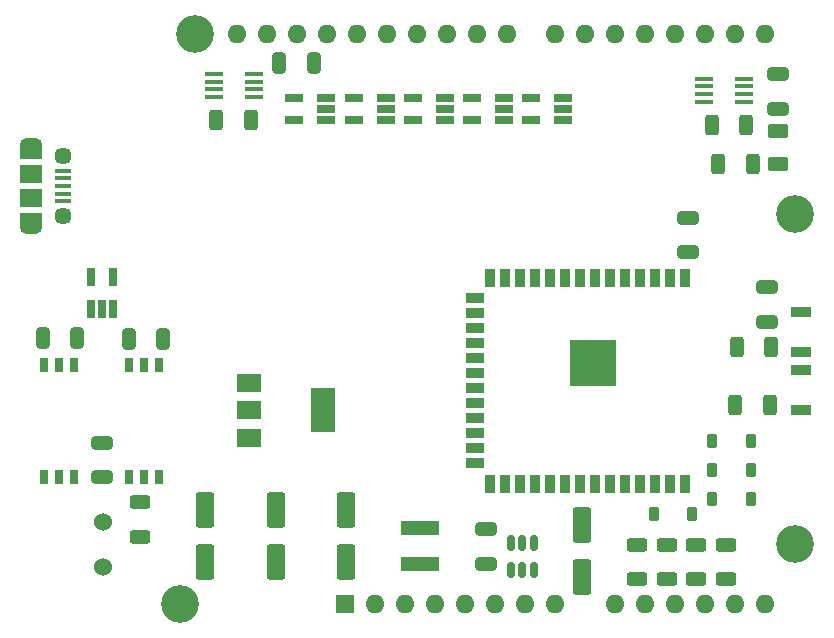
<source format=gbr>
%TF.GenerationSoftware,KiCad,Pcbnew,7.0.6*%
%TF.CreationDate,2023-08-20T14:57:10-04:00*%
%TF.ProjectId,Dynamo,44796e61-6d6f-42e6-9b69-6361645f7063,rev?*%
%TF.SameCoordinates,Original*%
%TF.FileFunction,Soldermask,Top*%
%TF.FilePolarity,Negative*%
%FSLAX46Y46*%
G04 Gerber Fmt 4.6, Leading zero omitted, Abs format (unit mm)*
G04 Created by KiCad (PCBNEW 7.0.6) date 2023-08-20 14:57:10*
%MOMM*%
%LPD*%
G01*
G04 APERTURE LIST*
G04 Aperture macros list*
%AMRoundRect*
0 Rectangle with rounded corners*
0 $1 Rounding radius*
0 $2 $3 $4 $5 $6 $7 $8 $9 X,Y pos of 4 corners*
0 Add a 4 corners polygon primitive as box body*
4,1,4,$2,$3,$4,$5,$6,$7,$8,$9,$2,$3,0*
0 Add four circle primitives for the rounded corners*
1,1,$1+$1,$2,$3*
1,1,$1+$1,$4,$5*
1,1,$1+$1,$6,$7*
1,1,$1+$1,$8,$9*
0 Add four rect primitives between the rounded corners*
20,1,$1+$1,$2,$3,$4,$5,0*
20,1,$1+$1,$4,$5,$6,$7,0*
20,1,$1+$1,$6,$7,$8,$9,0*
20,1,$1+$1,$8,$9,$2,$3,0*%
G04 Aperture macros list end*
%ADD10R,3.300000X1.200000*%
%ADD11C,3.200000*%
%ADD12R,1.600000X1.600000*%
%ADD13O,1.600000X1.600000*%
%ADD14C,1.524000*%
%ADD15R,1.560000X0.650000*%
%ADD16R,1.600000X0.300000*%
%ADD17R,1.700000X0.900000*%
%ADD18RoundRect,0.250000X0.312500X0.625000X-0.312500X0.625000X-0.312500X-0.625000X0.312500X-0.625000X0*%
%ADD19RoundRect,0.250000X0.550000X-1.250000X0.550000X1.250000X-0.550000X1.250000X-0.550000X-1.250000X0*%
%ADD20RoundRect,0.250000X0.650000X-0.325000X0.650000X0.325000X-0.650000X0.325000X-0.650000X-0.325000X0*%
%ADD21RoundRect,0.250000X0.625000X-0.312500X0.625000X0.312500X-0.625000X0.312500X-0.625000X-0.312500X0*%
%ADD22RoundRect,0.250000X0.625000X-0.375000X0.625000X0.375000X-0.625000X0.375000X-0.625000X-0.375000X0*%
%ADD23RoundRect,0.250000X-0.650000X0.325000X-0.650000X-0.325000X0.650000X-0.325000X0.650000X0.325000X0*%
%ADD24R,0.800000X1.300000*%
%ADD25RoundRect,0.250000X-0.312500X-0.625000X0.312500X-0.625000X0.312500X0.625000X-0.312500X0.625000X0*%
%ADD26RoundRect,0.225000X-0.225000X-0.375000X0.225000X-0.375000X0.225000X0.375000X-0.225000X0.375000X0*%
%ADD27R,0.900000X1.500000*%
%ADD28R,1.500000X0.900000*%
%ADD29C,0.600000*%
%ADD30R,3.900000X3.900000*%
%ADD31RoundRect,0.250000X-0.325000X-0.650000X0.325000X-0.650000X0.325000X0.650000X-0.325000X0.650000X0*%
%ADD32R,1.350000X0.400000*%
%ADD33O,1.900000X1.200000*%
%ADD34R,1.900000X1.200000*%
%ADD35C,1.450000*%
%ADD36R,1.900000X1.500000*%
%ADD37R,0.650000X1.560000*%
%ADD38RoundRect,0.150000X0.150000X-0.512500X0.150000X0.512500X-0.150000X0.512500X-0.150000X-0.512500X0*%
%ADD39R,2.000000X1.500000*%
%ADD40R,2.000000X3.800000*%
G04 APERTURE END LIST*
D10*
%TO.C,L1*%
X156250000Y-93425000D03*
X156250000Y-96525000D03*
%TD*%
D11*
%TO.C,UNO_SHIELD1*%
X135905000Y-99880000D03*
X137175000Y-51620000D03*
X187975000Y-66860000D03*
X187975000Y-94800000D03*
D12*
X149875000Y-99880000D03*
D13*
X152415000Y-99880000D03*
X154955000Y-99880000D03*
X157495000Y-99880000D03*
X160035000Y-99880000D03*
X162575000Y-99880000D03*
X165115000Y-99880000D03*
X167655000Y-99880000D03*
X172735000Y-99880000D03*
X175275000Y-99880000D03*
X177815000Y-99880000D03*
X180355000Y-99880000D03*
X182895000Y-99880000D03*
X185435000Y-99880000D03*
X185435000Y-51620000D03*
X182895000Y-51620000D03*
X180355000Y-51620000D03*
X177815000Y-51620000D03*
X175275000Y-51620000D03*
X172735000Y-51620000D03*
X170195000Y-51620000D03*
X167655000Y-51620000D03*
X163595000Y-51620000D03*
X161055000Y-51620000D03*
X158515000Y-51620000D03*
X155975000Y-51620000D03*
X153435000Y-51620000D03*
X150895000Y-51620000D03*
X148355000Y-51620000D03*
X145815000Y-51620000D03*
X143275000Y-51620000D03*
X140735000Y-51620000D03*
%TD*%
D14*
%TO.C,Railsync1*%
X129400000Y-92950000D03*
X129400000Y-96750000D03*
%TD*%
D15*
%TO.C,U6*%
X158350000Y-58950000D03*
X158350000Y-58000000D03*
X158350000Y-57050000D03*
X155650000Y-57050000D03*
X155650000Y-58950000D03*
%TD*%
%TO.C,U7*%
X153350000Y-58950000D03*
X153350000Y-58000000D03*
X153350000Y-57050000D03*
X150650000Y-57050000D03*
X150650000Y-58950000D03*
%TD*%
%TO.C,U8*%
X163350000Y-58950000D03*
X163350000Y-58000000D03*
X163350000Y-57050000D03*
X160650000Y-57050000D03*
X160650000Y-58950000D03*
%TD*%
%TO.C,U9*%
X168350000Y-58950000D03*
X168350000Y-58000000D03*
X168350000Y-57050000D03*
X165650000Y-57050000D03*
X165650000Y-58950000D03*
%TD*%
D16*
%TO.C,U14*%
X138800000Y-55025000D03*
X138800000Y-55675000D03*
X138800000Y-56325000D03*
X138800000Y-56975000D03*
X142200000Y-56975000D03*
X142200000Y-56325000D03*
X142200000Y-55675000D03*
X142200000Y-55025000D03*
%TD*%
D17*
%TO.C,RESET1*%
X188500000Y-75150000D03*
X188500000Y-78550000D03*
%TD*%
D18*
%TO.C,R5*%
X185850000Y-83025000D03*
X182925000Y-83025000D03*
%TD*%
D19*
%TO.C,C2*%
X169975000Y-93175000D03*
X169975000Y-97575000D03*
%TD*%
D20*
%TO.C,CU13*%
X186550000Y-57950000D03*
X186550000Y-55000000D03*
%TD*%
D21*
%TO.C,R8*%
X179600000Y-97800000D03*
X179600000Y-94875000D03*
%TD*%
D22*
%TO.C,D1*%
X186550000Y-62600000D03*
X186550000Y-59800000D03*
%TD*%
D23*
%TO.C,C1*%
X129300000Y-86225000D03*
X129300000Y-89175000D03*
%TD*%
D19*
%TO.C,C4*%
X150000000Y-96350000D03*
X150000000Y-91950000D03*
%TD*%
D24*
%TO.C,U2*%
X124430000Y-89150000D03*
X125700000Y-89150000D03*
X126970000Y-89150000D03*
X126970000Y-79650000D03*
X125700000Y-79650000D03*
X124430000Y-79650000D03*
%TD*%
D16*
%TO.C,U13*%
X180300000Y-55400000D03*
X180300000Y-56050000D03*
X180300000Y-56700000D03*
X180300000Y-57350000D03*
X183700000Y-57350000D03*
X183700000Y-56700000D03*
X183700000Y-56050000D03*
X183700000Y-55400000D03*
%TD*%
D25*
%TO.C,R2*%
X181475000Y-62600000D03*
X184400000Y-62600000D03*
%TD*%
D21*
%TO.C,R7*%
X177100000Y-97800000D03*
X177100000Y-94875000D03*
%TD*%
D26*
%TO.C,D5*%
X180950000Y-86100000D03*
X184250000Y-86100000D03*
%TD*%
D21*
%TO.C,R9*%
X182100000Y-97800000D03*
X182100000Y-94875000D03*
%TD*%
D27*
%TO.C,U10*%
X178635000Y-72250000D03*
X177365000Y-72250000D03*
X176095000Y-72250000D03*
X174825000Y-72250000D03*
X173555000Y-72250000D03*
X172285000Y-72250000D03*
X171015000Y-72250000D03*
X169745000Y-72250000D03*
X168475000Y-72250000D03*
X167205000Y-72250000D03*
X165935000Y-72250000D03*
X164665000Y-72250000D03*
X163395000Y-72250000D03*
X162125000Y-72250000D03*
D28*
X160875000Y-74015000D03*
X160875000Y-75285000D03*
X160875000Y-76555000D03*
X160875000Y-77825000D03*
X160875000Y-79095000D03*
X160875000Y-80365000D03*
X160875000Y-81635000D03*
X160875000Y-82905000D03*
X160875000Y-84175000D03*
X160875000Y-85445000D03*
X160875000Y-86715000D03*
X160875000Y-87985000D03*
D27*
X162125000Y-89750000D03*
X163395000Y-89750000D03*
X164665000Y-89750000D03*
X165935000Y-89750000D03*
X167205000Y-89750000D03*
X168475000Y-89750000D03*
X169745000Y-89750000D03*
X171015000Y-89750000D03*
X172285000Y-89750000D03*
X173555000Y-89750000D03*
X174825000Y-89750000D03*
X176095000Y-89750000D03*
X177365000Y-89750000D03*
X178635000Y-89750000D03*
D29*
X171615000Y-78100000D03*
X170215000Y-78100000D03*
X172315000Y-78800000D03*
X170915000Y-78800000D03*
X169515000Y-78800000D03*
X171615000Y-79500000D03*
D30*
X170915000Y-79500000D03*
D29*
X170215000Y-79500000D03*
X172315000Y-80200000D03*
X170915000Y-80200000D03*
X169515000Y-80200000D03*
X171615000Y-80900000D03*
X170215000Y-80900000D03*
%TD*%
D21*
%TO.C,R1*%
X132500000Y-91250000D03*
X132500000Y-94175000D03*
%TD*%
D31*
%TO.C,CU2*%
X124275000Y-77350000D03*
X127225000Y-77350000D03*
%TD*%
D32*
%TO.C,JUSB1*%
X126000000Y-63200000D03*
X126000000Y-63850000D03*
X126000000Y-64500000D03*
X126000000Y-65150000D03*
X126000000Y-65800000D03*
D33*
X123300000Y-61000000D03*
D34*
X123300000Y-61600000D03*
D35*
X126000000Y-62000000D03*
D36*
X123300000Y-63500000D03*
X123300000Y-65500000D03*
D35*
X126000000Y-67000000D03*
D34*
X123300000Y-67400000D03*
D33*
X123300000Y-68000000D03*
%TD*%
D26*
%TO.C,D4*%
X180950000Y-88550000D03*
X184250000Y-88550000D03*
%TD*%
D21*
%TO.C,R6*%
X174600000Y-97800000D03*
X174600000Y-94875000D03*
%TD*%
D20*
%TO.C,CU10*%
X178950000Y-70125000D03*
X178950000Y-67175000D03*
%TD*%
%TO.C,C3*%
X161775000Y-96500000D03*
X161775000Y-93550000D03*
%TD*%
D24*
%TO.C,U3*%
X131630000Y-89150000D03*
X132900000Y-89150000D03*
X134170000Y-89150000D03*
X134170000Y-79650000D03*
X132900000Y-79650000D03*
X131630000Y-79650000D03*
%TD*%
D26*
%TO.C,D3*%
X176000000Y-92250000D03*
X179300000Y-92250000D03*
%TD*%
D18*
%TO.C,R3*%
X183850000Y-59350000D03*
X180925000Y-59350000D03*
%TD*%
D15*
%TO.C,U4*%
X148300000Y-58950000D03*
X148300000Y-58000000D03*
X148300000Y-57050000D03*
X145600000Y-57050000D03*
X145600000Y-58950000D03*
%TD*%
D19*
%TO.C,C6*%
X138050000Y-91900000D03*
X138050000Y-96300000D03*
%TD*%
D37*
%TO.C,U5*%
X128350000Y-74900000D03*
X129300000Y-74900000D03*
X130250000Y-74900000D03*
X130250000Y-72200000D03*
X128350000Y-72200000D03*
%TD*%
D31*
%TO.C,CU3*%
X131550000Y-77450000D03*
X134500000Y-77450000D03*
%TD*%
D20*
%TO.C,C7*%
X185575000Y-76025000D03*
X185575000Y-73075000D03*
%TD*%
D19*
%TO.C,C5*%
X144000000Y-96300000D03*
X144000000Y-91900000D03*
%TD*%
D18*
%TO.C,R10*%
X141912500Y-58900000D03*
X138987500Y-58900000D03*
%TD*%
D31*
%TO.C,CU14*%
X144270000Y-54060000D03*
X147220000Y-54060000D03*
%TD*%
D38*
%TO.C,U1*%
X163950000Y-94712500D03*
X164900000Y-94712500D03*
X165850000Y-94712500D03*
X165850000Y-96987500D03*
X164900000Y-96987500D03*
X163950000Y-96987500D03*
%TD*%
D25*
%TO.C,R4*%
X183037500Y-78100000D03*
X185962500Y-78100000D03*
%TD*%
D26*
%TO.C,D2*%
X180950000Y-91025000D03*
X184250000Y-91025000D03*
%TD*%
D17*
%TO.C,BOOT1*%
X188450000Y-80050000D03*
X188450000Y-83450000D03*
%TD*%
D39*
%TO.C,U11*%
X141750000Y-81200000D03*
X141750000Y-83500000D03*
D40*
X148050000Y-83500000D03*
D39*
X141750000Y-85800000D03*
%TD*%
M02*

</source>
